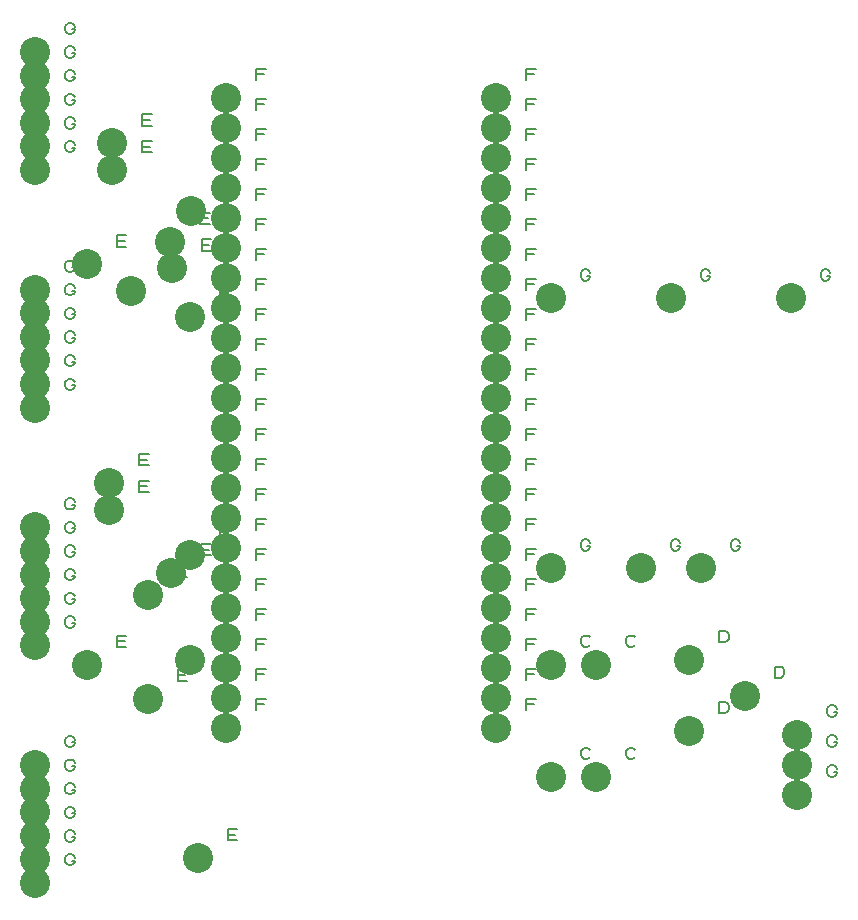
<source format=gbr>
G04 DesignSpark PCB Gerber Version 10.0 Build 5299*
G04 #@! TF.Part,Single*
G04 #@! TF.FileFunction,Drillmap*
G04 #@! TF.FilePolarity,Positive*
%FSLAX35Y35*%
%MOIN*%
%ADD20C,0.00500*%
G04 #@! TA.AperFunction,ComponentPad*
%ADD26C,0.10000*%
G04 #@! TD.AperFunction*
X0Y0D02*
D02*
D20*
X49697Y62628D02*
X50635D01*
Y62315D01*
X50322Y61690D01*
X50009Y61378D01*
X49385Y61065D01*
X48759D01*
X48135Y61378D01*
X47822Y61690D01*
X47509Y62315D01*
Y63565D01*
X47822Y64190D01*
X48135Y64503D01*
X48759Y64815D01*
X49385D01*
X50009Y64503D01*
X50322Y64190D01*
X50635Y63565D01*
X49697Y70502D02*
X50635D01*
Y70189D01*
X50322Y69564D01*
X50009Y69252D01*
X49385Y68939D01*
X48759D01*
X48135Y69252D01*
X47822Y69564D01*
X47509Y70189D01*
Y71439D01*
X47822Y72064D01*
X48135Y72377D01*
X48759Y72689D01*
X49385D01*
X50009Y72377D01*
X50322Y72064D01*
X50635Y71439D01*
X49697Y78376D02*
X50635D01*
Y78063D01*
X50322Y77438D01*
X50009Y77126D01*
X49385Y76813D01*
X48759D01*
X48135Y77126D01*
X47822Y77438D01*
X47509Y78063D01*
Y79313D01*
X47822Y79938D01*
X48135Y80251D01*
X48759Y80563D01*
X49385D01*
X50009Y80251D01*
X50322Y79938D01*
X50635Y79313D01*
X49697Y86250D02*
X50635D01*
Y85937D01*
X50322Y85312D01*
X50009Y85000D01*
X49385Y84687D01*
X48759D01*
X48135Y85000D01*
X47822Y85312D01*
X47509Y85937D01*
Y87187D01*
X47822Y87812D01*
X48135Y88125D01*
X48759Y88437D01*
X49385D01*
X50009Y88125D01*
X50322Y87812D01*
X50635Y87187D01*
X49697Y94124D02*
X50635D01*
Y93811D01*
X50322Y93186D01*
X50009Y92874D01*
X49385Y92561D01*
X48759D01*
X48135Y92874D01*
X47822Y93186D01*
X47509Y93811D01*
Y95061D01*
X47822Y95686D01*
X48135Y95999D01*
X48759Y96311D01*
X49385D01*
X50009Y95999D01*
X50322Y95686D01*
X50635Y95061D01*
X49697Y101998D02*
X50635D01*
Y101685D01*
X50322Y101060D01*
X50009Y100748D01*
X49385Y100435D01*
X48759D01*
X48135Y100748D01*
X47822Y101060D01*
X47509Y101685D01*
Y102935D01*
X47822Y103560D01*
X48135Y103873D01*
X48759Y104185D01*
X49385D01*
X50009Y103873D01*
X50322Y103560D01*
X50635Y102935D01*
X49697Y141860D02*
X50635D01*
Y141547D01*
X50322Y140922D01*
X50009Y140610D01*
X49385Y140297D01*
X48759D01*
X48135Y140610D01*
X47822Y140922D01*
X47509Y141547D01*
Y142797D01*
X47822Y143422D01*
X48135Y143735D01*
X48759Y144047D01*
X49385D01*
X50009Y143735D01*
X50322Y143422D01*
X50635Y142797D01*
X49697Y149734D02*
X50635D01*
Y149421D01*
X50322Y148796D01*
X50009Y148484D01*
X49385Y148171D01*
X48759D01*
X48135Y148484D01*
X47822Y148796D01*
X47509Y149421D01*
Y150671D01*
X47822Y151296D01*
X48135Y151609D01*
X48759Y151921D01*
X49385D01*
X50009Y151609D01*
X50322Y151296D01*
X50635Y150671D01*
X49697Y157608D02*
X50635D01*
Y157295D01*
X50322Y156670D01*
X50009Y156358D01*
X49385Y156045D01*
X48759D01*
X48135Y156358D01*
X47822Y156670D01*
X47509Y157295D01*
Y158545D01*
X47822Y159170D01*
X48135Y159483D01*
X48759Y159795D01*
X49385D01*
X50009Y159483D01*
X50322Y159170D01*
X50635Y158545D01*
X49697Y165482D02*
X50635D01*
Y165169D01*
X50322Y164544D01*
X50009Y164232D01*
X49385Y163919D01*
X48759D01*
X48135Y164232D01*
X47822Y164544D01*
X47509Y165169D01*
Y166419D01*
X47822Y167044D01*
X48135Y167357D01*
X48759Y167669D01*
X49385D01*
X50009Y167357D01*
X50322Y167044D01*
X50635Y166419D01*
X49697Y173356D02*
X50635D01*
Y173043D01*
X50322Y172419D01*
X50009Y172106D01*
X49385Y171793D01*
X48759D01*
X48135Y172106D01*
X47822Y172419D01*
X47509Y173043D01*
Y174293D01*
X47822Y174919D01*
X48135Y175231D01*
X48759Y175543D01*
X49385D01*
X50009Y175231D01*
X50322Y174919D01*
X50635Y174293D01*
X49697Y181230D02*
X50635D01*
Y180917D01*
X50322Y180293D01*
X50009Y179980D01*
X49385Y179667D01*
X48759D01*
X48135Y179980D01*
X47822Y180293D01*
X47509Y180917D01*
Y182167D01*
X47822Y182793D01*
X48135Y183105D01*
X48759Y183417D01*
X49385D01*
X50009Y183105D01*
X50322Y182793D01*
X50635Y182167D01*
X49697Y221092D02*
X50635D01*
Y220780D01*
X50322Y220155D01*
X50009Y219842D01*
X49385Y219530D01*
X48759D01*
X48135Y219842D01*
X47822Y220155D01*
X47509Y220780D01*
Y222030D01*
X47822Y222655D01*
X48135Y222967D01*
X48759Y223280D01*
X49385D01*
X50009Y222967D01*
X50322Y222655D01*
X50635Y222030D01*
X49697Y228966D02*
X50635D01*
Y228654D01*
X50322Y228029D01*
X50009Y227716D01*
X49385Y227404D01*
X48759D01*
X48135Y227716D01*
X47822Y228029D01*
X47509Y228654D01*
Y229904D01*
X47822Y230529D01*
X48135Y230841D01*
X48759Y231154D01*
X49385D01*
X50009Y230841D01*
X50322Y230529D01*
X50635Y229904D01*
X49697Y236840D02*
X50635D01*
Y236528D01*
X50322Y235903D01*
X50009Y235590D01*
X49385Y235278D01*
X48759D01*
X48135Y235590D01*
X47822Y235903D01*
X47509Y236528D01*
Y237778D01*
X47822Y238403D01*
X48135Y238715D01*
X48759Y239028D01*
X49385D01*
X50009Y238715D01*
X50322Y238403D01*
X50635Y237778D01*
X49697Y244714D02*
X50635D01*
Y244402D01*
X50322Y243777D01*
X50009Y243464D01*
X49385Y243152D01*
X48759D01*
X48135Y243464D01*
X47822Y243777D01*
X47509Y244402D01*
Y245652D01*
X47822Y246277D01*
X48135Y246589D01*
X48759Y246902D01*
X49385D01*
X50009Y246589D01*
X50322Y246277D01*
X50635Y245652D01*
X49697Y252588D02*
X50635D01*
Y252276D01*
X50322Y251651D01*
X50009Y251338D01*
X49385Y251026D01*
X48759D01*
X48135Y251338D01*
X47822Y251651D01*
X47509Y252276D01*
Y253526D01*
X47822Y254151D01*
X48135Y254463D01*
X48759Y254776D01*
X49385D01*
X50009Y254463D01*
X50322Y254151D01*
X50635Y253526D01*
X49697Y260462D02*
X50635D01*
Y260150D01*
X50322Y259525D01*
X50009Y259212D01*
X49385Y258900D01*
X48759D01*
X48135Y259212D01*
X47822Y259525D01*
X47509Y260150D01*
Y261400D01*
X47822Y262025D01*
X48135Y262337D01*
X48759Y262650D01*
X49385D01*
X50009Y262337D01*
X50322Y262025D01*
X50635Y261400D01*
X49697Y300324D02*
X50635D01*
Y300012D01*
X50322Y299387D01*
X50009Y299074D01*
X49385Y298762D01*
X48759D01*
X48135Y299074D01*
X47822Y299387D01*
X47509Y300012D01*
Y301262D01*
X47822Y301887D01*
X48135Y302200D01*
X48759Y302512D01*
X49385D01*
X50009Y302200D01*
X50322Y301887D01*
X50635Y301262D01*
X49697Y308198D02*
X50635D01*
Y307886D01*
X50322Y307261D01*
X50009Y306948D01*
X49385Y306636D01*
X48759D01*
X48135Y306948D01*
X47822Y307261D01*
X47509Y307886D01*
Y309136D01*
X47822Y309761D01*
X48135Y310074D01*
X48759Y310386D01*
X49385D01*
X50009Y310074D01*
X50322Y309761D01*
X50635Y309136D01*
X49697Y316072D02*
X50635D01*
Y315760D01*
X50322Y315135D01*
X50009Y314822D01*
X49385Y314510D01*
X48759D01*
X48135Y314822D01*
X47822Y315135D01*
X47509Y315760D01*
Y317010D01*
X47822Y317635D01*
X48135Y317948D01*
X48759Y318260D01*
X49385D01*
X50009Y317948D01*
X50322Y317635D01*
X50635Y317010D01*
X49697Y323946D02*
X50635D01*
Y323634D01*
X50322Y323009D01*
X50009Y322696D01*
X49385Y322384D01*
X48759D01*
X48135Y322696D01*
X47822Y323009D01*
X47509Y323634D01*
Y324884D01*
X47822Y325509D01*
X48135Y325822D01*
X48759Y326134D01*
X49385D01*
X50009Y325822D01*
X50322Y325509D01*
X50635Y324884D01*
X49697Y331820D02*
X50635D01*
Y331508D01*
X50322Y330883D01*
X50009Y330570D01*
X49385Y330258D01*
X48759D01*
X48135Y330570D01*
X47822Y330883D01*
X47509Y331508D01*
Y332758D01*
X47822Y333383D01*
X48135Y333696D01*
X48759Y334008D01*
X49385D01*
X50009Y333696D01*
X50322Y333383D01*
X50635Y332758D01*
X49697Y339694D02*
X50635D01*
Y339382D01*
X50322Y338757D01*
X50009Y338444D01*
X49385Y338132D01*
X48759D01*
X48135Y338444D01*
X47822Y338757D01*
X47509Y339382D01*
Y340632D01*
X47822Y341257D01*
X48135Y341570D01*
X48759Y341882D01*
X49385D01*
X50009Y341570D01*
X50322Y341257D01*
X50635Y340632D01*
X64734Y133900D02*
Y137650D01*
X67859D01*
X67234Y135775D02*
X64734D01*
Y133900D02*
X67859D01*
X64734Y267266D02*
Y271016D01*
X67859D01*
X67234Y269141D02*
X64734D01*
Y267266D02*
X67859D01*
X72116Y185573D02*
Y189323D01*
X75241D01*
X74616Y187448D02*
X72116D01*
Y185573D02*
X75241D01*
X72116Y194431D02*
Y198181D01*
X75241D01*
X74616Y196306D02*
X72116D01*
Y194431D02*
X75241D01*
X73100Y298762D02*
Y302512D01*
X76225D01*
X75600Y300637D02*
X73100D01*
Y298762D02*
X76225D01*
X73100Y307620D02*
Y311370D01*
X76225D01*
X75600Y309495D02*
X73100D01*
Y307620D02*
X76225D01*
X79498Y258407D02*
Y262157D01*
X82623D01*
X81998Y260283D02*
X79498D01*
Y258407D02*
X82623D01*
X84911Y122581D02*
Y126331D01*
X88036D01*
X87411Y124456D02*
X84911D01*
Y122581D02*
X88036D01*
X84911Y157030D02*
Y160780D01*
X88036D01*
X87411Y158905D02*
X84911D01*
Y157030D02*
X88036D01*
X92429Y274816D02*
Y278566D01*
X95554D01*
X94929Y276691D02*
X92429D01*
Y274816D02*
X95554D01*
X92785Y164411D02*
Y168161D01*
X95910D01*
X95285Y166287D02*
X92785D01*
Y164411D02*
X95910D01*
X92982Y265986D02*
Y269736D01*
X96107D01*
X95482Y267861D02*
X92982D01*
Y265986D02*
X96107D01*
X99183Y135376D02*
Y139126D01*
X102308D01*
X101683Y137251D02*
X99183D01*
Y135376D02*
X102308D01*
X99183Y170317D02*
Y174067D01*
X102308D01*
X101683Y172192D02*
X99183D01*
Y170317D02*
X102308D01*
X99183Y249824D02*
Y253574D01*
X102308D01*
X101683Y251699D02*
X99183D01*
Y249824D02*
X102308D01*
X99302Y285081D02*
Y288831D01*
X102427D01*
X101802Y286956D02*
X99302D01*
Y285081D02*
X102427D01*
X101643Y69431D02*
Y73181D01*
X104769D01*
X104143Y71306D02*
X101643D01*
Y69431D02*
X104769D01*
X111131Y112837D02*
Y116587D01*
X114257D01*
X113631Y114712D02*
X111131D01*
Y122837D02*
Y126587D01*
X114257D01*
X113631Y124712D02*
X111131D01*
Y132837D02*
Y136587D01*
X114257D01*
X113631Y134712D02*
X111131D01*
Y142837D02*
Y146587D01*
X114257D01*
X113631Y144712D02*
X111131D01*
Y152837D02*
Y156587D01*
X114257D01*
X113631Y154712D02*
X111131D01*
Y162837D02*
Y166587D01*
X114257D01*
X113631Y164712D02*
X111131D01*
Y172837D02*
Y176587D01*
X114257D01*
X113631Y174712D02*
X111131D01*
Y182837D02*
Y186587D01*
X114257D01*
X113631Y184712D02*
X111131D01*
Y192837D02*
Y196587D01*
X114257D01*
X113631Y194712D02*
X111131D01*
Y202837D02*
Y206587D01*
X114257D01*
X113631Y204712D02*
X111131D01*
Y212837D02*
Y216587D01*
X114257D01*
X113631Y214712D02*
X111131D01*
Y222837D02*
Y226587D01*
X114257D01*
X113631Y224712D02*
X111131D01*
Y232837D02*
Y236587D01*
X114257D01*
X113631Y234712D02*
X111131D01*
Y242837D02*
Y246587D01*
X114257D01*
X113631Y244712D02*
X111131D01*
Y252837D02*
Y256587D01*
X114257D01*
X113631Y254712D02*
X111131D01*
Y262837D02*
Y266587D01*
X114257D01*
X113631Y264712D02*
X111131D01*
Y272837D02*
Y276587D01*
X114257D01*
X113631Y274712D02*
X111131D01*
Y282837D02*
Y286587D01*
X114257D01*
X113631Y284712D02*
X111131D01*
Y292837D02*
Y296587D01*
X114257D01*
X113631Y294712D02*
X111131D01*
Y302837D02*
Y306587D01*
X114257D01*
X113631Y304712D02*
X111131D01*
Y312837D02*
Y316587D01*
X114257D01*
X113631Y314712D02*
X111131D01*
Y322837D02*
Y326587D01*
X114257D01*
X113631Y324712D02*
X111131D01*
X201131Y112837D02*
Y116587D01*
X204257D01*
X203631Y114712D02*
X201131D01*
Y122837D02*
Y126587D01*
X204257D01*
X203631Y124712D02*
X201131D01*
Y132837D02*
Y136587D01*
X204257D01*
X203631Y134712D02*
X201131D01*
Y142837D02*
Y146587D01*
X204257D01*
X203631Y144712D02*
X201131D01*
Y152837D02*
Y156587D01*
X204257D01*
X203631Y154712D02*
X201131D01*
Y162837D02*
Y166587D01*
X204257D01*
X203631Y164712D02*
X201131D01*
Y172837D02*
Y176587D01*
X204257D01*
X203631Y174712D02*
X201131D01*
Y182837D02*
Y186587D01*
X204257D01*
X203631Y184712D02*
X201131D01*
Y192837D02*
Y196587D01*
X204257D01*
X203631Y194712D02*
X201131D01*
Y202837D02*
Y206587D01*
X204257D01*
X203631Y204712D02*
X201131D01*
Y212837D02*
Y216587D01*
X204257D01*
X203631Y214712D02*
X201131D01*
Y222837D02*
Y226587D01*
X204257D01*
X203631Y224712D02*
X201131D01*
Y232837D02*
Y236587D01*
X204257D01*
X203631Y234712D02*
X201131D01*
Y242837D02*
Y246587D01*
X204257D01*
X203631Y244712D02*
X201131D01*
Y252837D02*
Y256587D01*
X204257D01*
X203631Y254712D02*
X201131D01*
Y262837D02*
Y266587D01*
X204257D01*
X203631Y264712D02*
X201131D01*
Y272837D02*
Y276587D01*
X204257D01*
X203631Y274712D02*
X201131D01*
Y282837D02*
Y286587D01*
X204257D01*
X203631Y284712D02*
X201131D01*
Y292837D02*
Y296587D01*
X204257D01*
X203631Y294712D02*
X201131D01*
Y302837D02*
Y306587D01*
X204257D01*
X203631Y304712D02*
X201131D01*
Y312837D02*
Y316587D01*
X204257D01*
X203631Y314712D02*
X201131D01*
Y322837D02*
Y326587D01*
X204257D01*
X203631Y324712D02*
X201131D01*
X222387Y97123D02*
X222074Y96811D01*
X221449Y96498D01*
X220511D01*
X219887Y96811D01*
X219574Y97123D01*
X219261Y97748D01*
Y98998D01*
X219574Y99623D01*
X219887Y99936D01*
X220511Y100248D01*
X221449D01*
X222074Y99936D01*
X222387Y99623D01*
Y134525D02*
X222074Y134212D01*
X221449Y133900D01*
X220511D01*
X219887Y134212D01*
X219574Y134525D01*
X219261Y135150D01*
Y136400D01*
X219574Y137025D01*
X219887Y137337D01*
X220511Y137650D01*
X221449D01*
X222074Y137337D01*
X222387Y137025D01*
X221449Y167509D02*
X222387D01*
Y167197D01*
X222074Y166572D01*
X221761Y166259D01*
X221137Y165947D01*
X220511D01*
X219887Y166259D01*
X219574Y166572D01*
X219261Y167197D01*
Y168447D01*
X219574Y169072D01*
X219887Y169385D01*
X220511Y169697D01*
X221137D01*
X221761Y169385D01*
X222074Y169072D01*
X222387Y168447D01*
X221449Y257509D02*
X222387D01*
Y257197D01*
X222074Y256572D01*
X221761Y256259D01*
X221137Y255947D01*
X220511D01*
X219887Y256259D01*
X219574Y256572D01*
X219261Y257197D01*
Y258447D01*
X219574Y259072D01*
X219887Y259385D01*
X220511Y259697D01*
X221137D01*
X221761Y259385D01*
X222074Y259072D01*
X222387Y258447D01*
X237387Y97123D02*
X237074Y96811D01*
X236449Y96498D01*
X235511D01*
X234887Y96811D01*
X234574Y97123D01*
X234261Y97748D01*
Y98998D01*
X234574Y99623D01*
X234887Y99936D01*
X235511Y100248D01*
X236449D01*
X237074Y99936D01*
X237387Y99623D01*
Y134525D02*
X237074Y134212D01*
X236449Y133900D01*
X235511D01*
X234887Y134212D01*
X234574Y134525D01*
X234261Y135150D01*
Y136400D01*
X234574Y137025D01*
X234887Y137337D01*
X235511Y137650D01*
X236449D01*
X237074Y137337D01*
X237387Y137025D01*
X251449Y167509D02*
X252387D01*
Y167197D01*
X252074Y166572D01*
X251761Y166259D01*
X251137Y165947D01*
X250511D01*
X249887Y166259D01*
X249574Y166572D01*
X249261Y167197D01*
Y168447D01*
X249574Y169072D01*
X249887Y169385D01*
X250511Y169697D01*
X251137D01*
X251761Y169385D01*
X252074Y169072D01*
X252387Y168447D01*
X261449Y257509D02*
X262387D01*
Y257197D01*
X262074Y256572D01*
X261761Y256259D01*
X261137Y255947D01*
X260511D01*
X259887Y256259D01*
X259574Y256572D01*
X259261Y257197D01*
Y258447D01*
X259574Y259072D01*
X259887Y259385D01*
X260511Y259697D01*
X261137D01*
X261761Y259385D01*
X262074Y259072D01*
X262387Y258447D01*
X265521Y111754D02*
Y115504D01*
X267396D01*
X268021Y115192D01*
X268334Y114879D01*
X268646Y114254D01*
Y113004D01*
X268334Y112379D01*
X268021Y112067D01*
X267396Y111754D01*
X265521D01*
Y135376D02*
Y139126D01*
X267396D01*
X268021Y138814D01*
X268334Y138501D01*
X268646Y137876D01*
Y136626D01*
X268334Y136001D01*
X268021Y135689D01*
X267396Y135376D01*
X265521D01*
X271449Y167509D02*
X272387D01*
Y167197D01*
X272074Y166572D01*
X271761Y166259D01*
X271137Y165947D01*
X270511D01*
X269887Y166259D01*
X269574Y166572D01*
X269261Y167197D01*
Y168447D01*
X269574Y169072D01*
X269887Y169385D01*
X270511Y169697D01*
X271137D01*
X271761Y169385D01*
X272074Y169072D01*
X272387Y168447D01*
X284025Y123565D02*
Y127315D01*
X285900D01*
X286525Y127003D01*
X286838Y126690D01*
X287150Y126065D01*
Y124815D01*
X286838Y124190D01*
X286525Y123878D01*
X285900Y123565D01*
X284025D01*
X301449Y257509D02*
X302387D01*
Y257197D01*
X302074Y256572D01*
X301761Y256259D01*
X301137Y255947D01*
X300511D01*
X299887Y256259D01*
X299574Y256572D01*
X299261Y257197D01*
Y258447D01*
X299574Y259072D01*
X299887Y259385D01*
X300511Y259697D01*
X301137D01*
X301761Y259385D01*
X302074Y259072D01*
X302387Y258447D01*
X303634Y92155D02*
X304572D01*
Y91843D01*
X304259Y91218D01*
X303946Y90905D01*
X303322Y90593D01*
X302696D01*
X302072Y90905D01*
X301759Y91218D01*
X301446Y91843D01*
Y93093D01*
X301759Y93718D01*
X302072Y94030D01*
X302696Y94343D01*
X303322D01*
X303946Y94030D01*
X304259Y93718D01*
X304572Y93093D01*
X303634Y102155D02*
X304572D01*
Y101843D01*
X304259Y101218D01*
X303946Y100905D01*
X303322Y100593D01*
X302696D01*
X302072Y100905D01*
X301759Y101218D01*
X301446Y101843D01*
Y103093D01*
X301759Y103718D01*
X302072Y104030D01*
X302696Y104343D01*
X303322D01*
X303946Y104030D01*
X304259Y103718D01*
X304572Y103093D01*
X303634Y112155D02*
X304572D01*
Y111843D01*
X304259Y111218D01*
X303946Y110905D01*
X303322Y110593D01*
X302696D01*
X302072Y110905D01*
X301759Y111218D01*
X301446Y111843D01*
Y113093D01*
X301759Y113718D01*
X302072Y114030D01*
X302696Y114343D01*
X303322D01*
X303946Y114030D01*
X304259Y113718D01*
X304572Y113093D01*
D02*
D26*
X37509Y55128D03*
Y63002D03*
Y70876D03*
Y78750D03*
Y86624D03*
Y94498D03*
Y134360D03*
Y142234D03*
Y150108D03*
Y157982D03*
Y165856D03*
Y173730D03*
Y213592D03*
Y221466D03*
Y229340D03*
Y237214D03*
Y245088D03*
Y252962D03*
Y292824D03*
Y300698D03*
Y308572D03*
Y316446D03*
Y324320D03*
Y332194D03*
X54734Y127962D03*
Y261328D03*
X62116Y179635D03*
Y188494D03*
X63100Y292824D03*
Y301683D03*
X69498Y252470D03*
X74911Y116643D03*
Y151092D03*
X82429Y268878D03*
X82785Y158474D03*
X82982Y260049D03*
X89183Y129439D03*
Y164380D03*
Y243886D03*
X89302Y279143D03*
X91643Y63494D03*
X101131Y106899D03*
Y116899D03*
Y126899D03*
Y136899D03*
Y146899D03*
Y156899D03*
Y166899D03*
Y176899D03*
Y186899D03*
Y196899D03*
Y206899D03*
Y216899D03*
Y226899D03*
Y236899D03*
Y246899D03*
Y256899D03*
Y266899D03*
Y276899D03*
Y286899D03*
Y296899D03*
Y306899D03*
Y316899D03*
X191131Y106899D03*
Y116899D03*
Y126899D03*
Y136899D03*
Y146899D03*
Y156899D03*
Y166899D03*
Y176899D03*
Y186899D03*
Y196899D03*
Y206899D03*
Y216899D03*
Y226899D03*
Y236899D03*
Y246899D03*
Y256899D03*
Y266899D03*
Y276899D03*
Y286899D03*
Y296899D03*
Y306899D03*
Y316899D03*
X209261Y90561D03*
Y127962D03*
Y160009D03*
Y250009D03*
X224261Y90561D03*
Y127962D03*
X239261Y160009D03*
X249261Y250009D03*
X255521Y105817D03*
Y129439D03*
X259261Y160009D03*
X274025Y117628D03*
X289261Y250009D03*
X291446Y84655D03*
Y94655D03*
Y104655D03*
X0Y0D02*
M02*

</source>
